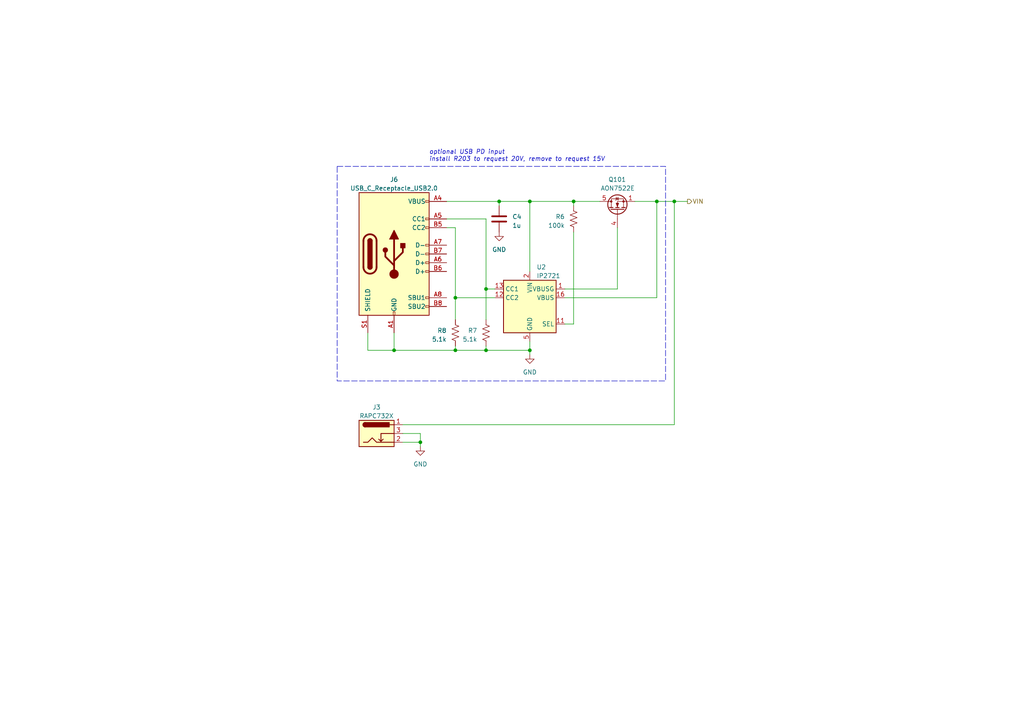
<source format=kicad_sch>
(kicad_sch (version 20230121) (generator eeschema)

  (uuid 62756053-8f92-41aa-9a46-2fc6947760b2)

  (paper "A4")

  (lib_symbols
    (symbol "Connector:Barrel_Jack_Switch" (pin_names hide) (in_bom yes) (on_board yes)
      (property "Reference" "J" (at 0 5.334 0)
        (effects (font (size 1.27 1.27)))
      )
      (property "Value" "Barrel_Jack_Switch" (at 0 -5.08 0)
        (effects (font (size 1.27 1.27)))
      )
      (property "Footprint" "" (at 1.27 -1.016 0)
        (effects (font (size 1.27 1.27)) hide)
      )
      (property "Datasheet" "~" (at 1.27 -1.016 0)
        (effects (font (size 1.27 1.27)) hide)
      )
      (property "ki_keywords" "DC power barrel jack connector" (at 0 0 0)
        (effects (font (size 1.27 1.27)) hide)
      )
      (property "ki_description" "DC Barrel Jack with an internal switch" (at 0 0 0)
        (effects (font (size 1.27 1.27)) hide)
      )
      (property "ki_fp_filters" "BarrelJack*" (at 0 0 0)
        (effects (font (size 1.27 1.27)) hide)
      )
      (symbol "Barrel_Jack_Switch_0_1"
        (rectangle (start -5.08 3.81) (end 5.08 -3.81)
          (stroke (width 0.254) (type default))
          (fill (type background))
        )
        (arc (start -3.302 3.175) (mid -3.9343 2.54) (end -3.302 1.905)
          (stroke (width 0.254) (type default))
          (fill (type none))
        )
        (arc (start -3.302 3.175) (mid -3.9343 2.54) (end -3.302 1.905)
          (stroke (width 0.254) (type default))
          (fill (type outline))
        )
        (polyline
          (pts
            (xy 1.27 -2.286)
            (xy 1.905 -1.651)
          )
          (stroke (width 0.254) (type default))
          (fill (type none))
        )
        (polyline
          (pts
            (xy 5.08 2.54)
            (xy 3.81 2.54)
          )
          (stroke (width 0.254) (type default))
          (fill (type none))
        )
        (polyline
          (pts
            (xy 5.08 0)
            (xy 1.27 0)
            (xy 1.27 -2.286)
            (xy 0.635 -1.651)
          )
          (stroke (width 0.254) (type default))
          (fill (type none))
        )
        (polyline
          (pts
            (xy -3.81 -2.54)
            (xy -2.54 -2.54)
            (xy -1.27 -1.27)
            (xy 0 -2.54)
            (xy 2.54 -2.54)
            (xy 5.08 -2.54)
          )
          (stroke (width 0.254) (type default))
          (fill (type none))
        )
        (rectangle (start 3.683 3.175) (end -3.302 1.905)
          (stroke (width 0.254) (type default))
          (fill (type outline))
        )
      )
      (symbol "Barrel_Jack_Switch_1_1"
        (pin passive line (at 7.62 2.54 180) (length 2.54)
          (name "~" (effects (font (size 1.27 1.27))))
          (number "1" (effects (font (size 1.27 1.27))))
        )
        (pin passive line (at 7.62 -2.54 180) (length 2.54)
          (name "~" (effects (font (size 1.27 1.27))))
          (number "2" (effects (font (size 1.27 1.27))))
        )
        (pin passive line (at 7.62 0 180) (length 2.54)
          (name "~" (effects (font (size 1.27 1.27))))
          (number "3" (effects (font (size 1.27 1.27))))
        )
      )
    )
    (symbol "Connector:USB_C_Receptacle_USB2.0" (pin_names (offset 1.016)) (in_bom yes) (on_board yes)
      (property "Reference" "J" (at -10.16 19.05 0)
        (effects (font (size 1.27 1.27)) (justify left))
      )
      (property "Value" "USB_C_Receptacle_USB2.0" (at 19.05 19.05 0)
        (effects (font (size 1.27 1.27)) (justify right))
      )
      (property "Footprint" "" (at 3.81 0 0)
        (effects (font (size 1.27 1.27)) hide)
      )
      (property "Datasheet" "https://www.usb.org/sites/default/files/documents/usb_type-c.zip" (at 3.81 0 0)
        (effects (font (size 1.27 1.27)) hide)
      )
      (property "ki_keywords" "usb universal serial bus type-C USB2.0" (at 0 0 0)
        (effects (font (size 1.27 1.27)) hide)
      )
      (property "ki_description" "USB 2.0-only Type-C Receptacle connector" (at 0 0 0)
        (effects (font (size 1.27 1.27)) hide)
      )
      (property "ki_fp_filters" "USB*C*Receptacle*" (at 0 0 0)
        (effects (font (size 1.27 1.27)) hide)
      )
      (symbol "USB_C_Receptacle_USB2.0_0_0"
        (rectangle (start -0.254 -17.78) (end 0.254 -16.764)
          (stroke (width 0) (type default))
          (fill (type none))
        )
        (rectangle (start 10.16 -14.986) (end 9.144 -15.494)
          (stroke (width 0) (type default))
          (fill (type none))
        )
        (rectangle (start 10.16 -12.446) (end 9.144 -12.954)
          (stroke (width 0) (type default))
          (fill (type none))
        )
        (rectangle (start 10.16 -4.826) (end 9.144 -5.334)
          (stroke (width 0) (type default))
          (fill (type none))
        )
        (rectangle (start 10.16 -2.286) (end 9.144 -2.794)
          (stroke (width 0) (type default))
          (fill (type none))
        )
        (rectangle (start 10.16 0.254) (end 9.144 -0.254)
          (stroke (width 0) (type default))
          (fill (type none))
        )
        (rectangle (start 10.16 2.794) (end 9.144 2.286)
          (stroke (width 0) (type default))
          (fill (type none))
        )
        (rectangle (start 10.16 7.874) (end 9.144 7.366)
          (stroke (width 0) (type default))
          (fill (type none))
        )
        (rectangle (start 10.16 10.414) (end 9.144 9.906)
          (stroke (width 0) (type default))
          (fill (type none))
        )
        (rectangle (start 10.16 15.494) (end 9.144 14.986)
          (stroke (width 0) (type default))
          (fill (type none))
        )
      )
      (symbol "USB_C_Receptacle_USB2.0_0_1"
        (rectangle (start -10.16 17.78) (end 10.16 -17.78)
          (stroke (width 0.254) (type default))
          (fill (type background))
        )
        (arc (start -8.89 -3.81) (mid -6.985 -5.7067) (end -5.08 -3.81)
          (stroke (width 0.508) (type default))
          (fill (type none))
        )
        (arc (start -7.62 -3.81) (mid -6.985 -4.4423) (end -6.35 -3.81)
          (stroke (width 0.254) (type default))
          (fill (type none))
        )
        (arc (start -7.62 -3.81) (mid -6.985 -4.4423) (end -6.35 -3.81)
          (stroke (width 0.254) (type default))
          (fill (type outline))
        )
        (rectangle (start -7.62 -3.81) (end -6.35 3.81)
          (stroke (width 0.254) (type default))
          (fill (type outline))
        )
        (arc (start -6.35 3.81) (mid -6.985 4.4423) (end -7.62 3.81)
          (stroke (width 0.254) (type default))
          (fill (type none))
        )
        (arc (start -6.35 3.81) (mid -6.985 4.4423) (end -7.62 3.81)
          (stroke (width 0.254) (type default))
          (fill (type outline))
        )
        (arc (start -5.08 3.81) (mid -6.985 5.7067) (end -8.89 3.81)
          (stroke (width 0.508) (type default))
          (fill (type none))
        )
        (circle (center -2.54 1.143) (radius 0.635)
          (stroke (width 0.254) (type default))
          (fill (type outline))
        )
        (circle (center 0 -5.842) (radius 1.27)
          (stroke (width 0) (type default))
          (fill (type outline))
        )
        (polyline
          (pts
            (xy -8.89 -3.81)
            (xy -8.89 3.81)
          )
          (stroke (width 0.508) (type default))
          (fill (type none))
        )
        (polyline
          (pts
            (xy -5.08 3.81)
            (xy -5.08 -3.81)
          )
          (stroke (width 0.508) (type default))
          (fill (type none))
        )
        (polyline
          (pts
            (xy 0 -5.842)
            (xy 0 4.318)
          )
          (stroke (width 0.508) (type default))
          (fill (type none))
        )
        (polyline
          (pts
            (xy 0 -3.302)
            (xy -2.54 -0.762)
            (xy -2.54 0.508)
          )
          (stroke (width 0.508) (type default))
          (fill (type none))
        )
        (polyline
          (pts
            (xy 0 -2.032)
            (xy 2.54 0.508)
            (xy 2.54 1.778)
          )
          (stroke (width 0.508) (type default))
          (fill (type none))
        )
        (polyline
          (pts
            (xy -1.27 4.318)
            (xy 0 6.858)
            (xy 1.27 4.318)
            (xy -1.27 4.318)
          )
          (stroke (width 0.254) (type default))
          (fill (type outline))
        )
        (rectangle (start 1.905 1.778) (end 3.175 3.048)
          (stroke (width 0.254) (type default))
          (fill (type outline))
        )
      )
      (symbol "USB_C_Receptacle_USB2.0_1_1"
        (pin passive line (at 0 -22.86 90) (length 5.08)
          (name "GND" (effects (font (size 1.27 1.27))))
          (number "A1" (effects (font (size 1.27 1.27))))
        )
        (pin passive line (at 0 -22.86 90) (length 5.08) hide
          (name "GND" (effects (font (size 1.27 1.27))))
          (number "A12" (effects (font (size 1.27 1.27))))
        )
        (pin passive line (at 15.24 15.24 180) (length 5.08)
          (name "VBUS" (effects (font (size 1.27 1.27))))
          (number "A4" (effects (font (size 1.27 1.27))))
        )
        (pin bidirectional line (at 15.24 10.16 180) (length 5.08)
          (name "CC1" (effects (font (size 1.27 1.27))))
          (number "A5" (effects (font (size 1.27 1.27))))
        )
        (pin bidirectional line (at 15.24 -2.54 180) (length 5.08)
          (name "D+" (effects (font (size 1.27 1.27))))
          (number "A6" (effects (font (size 1.27 1.27))))
        )
        (pin bidirectional line (at 15.24 2.54 180) (length 5.08)
          (name "D-" (effects (font (size 1.27 1.27))))
          (number "A7" (effects (font (size 1.27 1.27))))
        )
        (pin bidirectional line (at 15.24 -12.7 180) (length 5.08)
          (name "SBU1" (effects (font (size 1.27 1.27))))
          (number "A8" (effects (font (size 1.27 1.27))))
        )
        (pin passive line (at 15.24 15.24 180) (length 5.08) hide
          (name "VBUS" (effects (font (size 1.27 1.27))))
          (number "A9" (effects (font (size 1.27 1.27))))
        )
        (pin passive line (at 0 -22.86 90) (length 5.08) hide
          (name "GND" (effects (font (size 1.27 1.27))))
          (number "B1" (effects (font (size 1.27 1.27))))
        )
        (pin passive line (at 0 -22.86 90) (length 5.08) hide
          (name "GND" (effects (font (size 1.27 1.27))))
          (number "B12" (effects (font (size 1.27 1.27))))
        )
        (pin passive line (at 15.24 15.24 180) (length 5.08) hide
          (name "VBUS" (effects (font (size 1.27 1.27))))
          (number "B4" (effects (font (size 1.27 1.27))))
        )
        (pin bidirectional line (at 15.24 7.62 180) (length 5.08)
          (name "CC2" (effects (font (size 1.27 1.27))))
          (number "B5" (effects (font (size 1.27 1.27))))
        )
        (pin bidirectional line (at 15.24 -5.08 180) (length 5.08)
          (name "D+" (effects (font (size 1.27 1.27))))
          (number "B6" (effects (font (size 1.27 1.27))))
        )
        (pin bidirectional line (at 15.24 0 180) (length 5.08)
          (name "D-" (effects (font (size 1.27 1.27))))
          (number "B7" (effects (font (size 1.27 1.27))))
        )
        (pin bidirectional line (at 15.24 -15.24 180) (length 5.08)
          (name "SBU2" (effects (font (size 1.27 1.27))))
          (number "B8" (effects (font (size 1.27 1.27))))
        )
        (pin passive line (at 15.24 15.24 180) (length 5.08) hide
          (name "VBUS" (effects (font (size 1.27 1.27))))
          (number "B9" (effects (font (size 1.27 1.27))))
        )
        (pin passive line (at -7.62 -22.86 90) (length 5.08)
          (name "SHIELD" (effects (font (size 1.27 1.27))))
          (number "S1" (effects (font (size 1.27 1.27))))
        )
      )
    )
    (symbol "Device:C" (pin_numbers hide) (pin_names (offset 0.254)) (in_bom yes) (on_board yes)
      (property "Reference" "C" (at 0.635 2.54 0)
        (effects (font (size 1.27 1.27)) (justify left))
      )
      (property "Value" "C" (at 0.635 -2.54 0)
        (effects (font (size 1.27 1.27)) (justify left))
      )
      (property "Footprint" "" (at 0.9652 -3.81 0)
        (effects (font (size 1.27 1.27)) hide)
      )
      (property "Datasheet" "~" (at 0 0 0)
        (effects (font (size 1.27 1.27)) hide)
      )
      (property "ki_keywords" "cap capacitor" (at 0 0 0)
        (effects (font (size 1.27 1.27)) hide)
      )
      (property "ki_description" "Unpolarized capacitor" (at 0 0 0)
        (effects (font (size 1.27 1.27)) hide)
      )
      (property "ki_fp_filters" "C_*" (at 0 0 0)
        (effects (font (size 1.27 1.27)) hide)
      )
      (symbol "C_0_1"
        (polyline
          (pts
            (xy -2.032 -0.762)
            (xy 2.032 -0.762)
          )
          (stroke (width 0.508) (type default))
          (fill (type none))
        )
        (polyline
          (pts
            (xy -2.032 0.762)
            (xy 2.032 0.762)
          )
          (stroke (width 0.508) (type default))
          (fill (type none))
        )
      )
      (symbol "C_1_1"
        (pin passive line (at 0 3.81 270) (length 2.794)
          (name "~" (effects (font (size 1.27 1.27))))
          (number "1" (effects (font (size 1.27 1.27))))
        )
        (pin passive line (at 0 -3.81 90) (length 2.794)
          (name "~" (effects (font (size 1.27 1.27))))
          (number "2" (effects (font (size 1.27 1.27))))
        )
      )
    )
    (symbol "Device:R_US" (pin_numbers hide) (pin_names (offset 0)) (in_bom yes) (on_board yes)
      (property "Reference" "R" (at 2.54 0 90)
        (effects (font (size 1.27 1.27)))
      )
      (property "Value" "R_US" (at -2.54 0 90)
        (effects (font (size 1.27 1.27)))
      )
      (property "Footprint" "" (at 1.016 -0.254 90)
        (effects (font (size 1.27 1.27)) hide)
      )
      (property "Datasheet" "~" (at 0 0 0)
        (effects (font (size 1.27 1.27)) hide)
      )
      (property "ki_keywords" "R res resistor" (at 0 0 0)
        (effects (font (size 1.27 1.27)) hide)
      )
      (property "ki_description" "Resistor, US symbol" (at 0 0 0)
        (effects (font (size 1.27 1.27)) hide)
      )
      (property "ki_fp_filters" "R_*" (at 0 0 0)
        (effects (font (size 1.27 1.27)) hide)
      )
      (symbol "R_US_0_1"
        (polyline
          (pts
            (xy 0 -2.286)
            (xy 0 -2.54)
          )
          (stroke (width 0) (type default))
          (fill (type none))
        )
        (polyline
          (pts
            (xy 0 2.286)
            (xy 0 2.54)
          )
          (stroke (width 0) (type default))
          (fill (type none))
        )
        (polyline
          (pts
            (xy 0 -0.762)
            (xy 1.016 -1.143)
            (xy 0 -1.524)
            (xy -1.016 -1.905)
            (xy 0 -2.286)
          )
          (stroke (width 0) (type default))
          (fill (type none))
        )
        (polyline
          (pts
            (xy 0 0.762)
            (xy 1.016 0.381)
            (xy 0 0)
            (xy -1.016 -0.381)
            (xy 0 -0.762)
          )
          (stroke (width 0) (type default))
          (fill (type none))
        )
        (polyline
          (pts
            (xy 0 2.286)
            (xy 1.016 1.905)
            (xy 0 1.524)
            (xy -1.016 1.143)
            (xy 0 0.762)
          )
          (stroke (width 0) (type default))
          (fill (type none))
        )
      )
      (symbol "R_US_1_1"
        (pin passive line (at 0 3.81 270) (length 1.27)
          (name "~" (effects (font (size 1.27 1.27))))
          (number "1" (effects (font (size 1.27 1.27))))
        )
        (pin passive line (at 0 -3.81 90) (length 1.27)
          (name "~" (effects (font (size 1.27 1.27))))
          (number "2" (effects (font (size 1.27 1.27))))
        )
      )
    )
    (symbol "Interface_USB:IP2721" (in_bom yes) (on_board yes)
      (property "Reference" "U" (at 5.08 -10.16 0)
        (effects (font (size 1.27 1.27)))
      )
      (property "Value" "IP2721" (at 7.62 -12.7 0)
        (effects (font (size 1.27 1.27)))
      )
      (property "Footprint" "Package_SO:TSSOP-16_4.4x5mm_P0.65mm" (at 0 -20.32 0)
        (effects (font (size 1.27 1.27)) hide)
      )
      (property "Datasheet" "https://datasheet.lcsc.com/lcsc/2006111335_INJOINIC-IP2721_C603176.pdf" (at 0 0 0)
        (effects (font (size 1.27 1.27)) hide)
      )
      (property "ki_keywords" "USB TYPEC PD" (at 0 0 0)
        (effects (font (size 1.27 1.27)) hide)
      )
      (property "ki_description" "USB TYPEC  PD Controller Interface, TSSOP-16" (at 0 0 0)
        (effects (font (size 1.27 1.27)) hide)
      )
      (property "ki_fp_filters" "TSSOP*16*4.4x5mm*P0.65mm*" (at 0 0 0)
        (effects (font (size 1.27 1.27)) hide)
      )
      (symbol "IP2721_0_1"
        (rectangle (start -7.62 7.62) (end 7.62 -7.62)
          (stroke (width 0.254) (type default))
          (fill (type background))
        )
      )
      (symbol "IP2721_1_1"
        (pin output line (at 10.16 5.08 180) (length 2.54)
          (name "VBUSG" (effects (font (size 1.27 1.27))))
          (number "1" (effects (font (size 1.27 1.27))))
        )
        (pin no_connect line (at -2.54 -7.62 90) (length 2.54) hide
          (name "NC" (effects (font (size 1.27 1.27))))
          (number "10" (effects (font (size 1.27 1.27))))
        )
        (pin input line (at 10.16 -5.08 180) (length 2.54)
          (name "SEL" (effects (font (size 1.27 1.27))))
          (number "11" (effects (font (size 1.27 1.27))))
        )
        (pin bidirectional line (at -10.16 2.54 0) (length 2.54)
          (name "CC2" (effects (font (size 1.27 1.27))))
          (number "12" (effects (font (size 1.27 1.27))))
        )
        (pin bidirectional line (at -10.16 5.08 0) (length 2.54)
          (name "CC1" (effects (font (size 1.27 1.27))))
          (number "13" (effects (font (size 1.27 1.27))))
        )
        (pin no_connect line (at 2.54 -7.62 90) (length 2.54) hide
          (name "NC" (effects (font (size 1.27 1.27))))
          (number "14" (effects (font (size 1.27 1.27))))
        )
        (pin no_connect line (at 5.08 -7.62 90) (length 2.54) hide
          (name "NC" (effects (font (size 1.27 1.27))))
          (number "15" (effects (font (size 1.27 1.27))))
        )
        (pin input line (at 10.16 2.54 180) (length 2.54)
          (name "VBUS" (effects (font (size 1.27 1.27))))
          (number "16" (effects (font (size 1.27 1.27))))
        )
        (pin power_in line (at 0 10.16 270) (length 2.54)
          (name "VIN" (effects (font (size 1.27 1.27))))
          (number "2" (effects (font (size 1.27 1.27))))
        )
        (pin no_connect line (at -5.08 7.62 270) (length 2.54) hide
          (name "NC" (effects (font (size 1.27 1.27))))
          (number "3" (effects (font (size 1.27 1.27))))
        )
        (pin no_connect line (at -7.62 -2.54 0) (length 2.54) hide
          (name "NC" (effects (font (size 1.27 1.27))))
          (number "4" (effects (font (size 1.27 1.27))))
        )
        (pin power_in line (at 0 -10.16 90) (length 2.54)
          (name "GND" (effects (font (size 1.27 1.27))))
          (number "5" (effects (font (size 1.27 1.27))))
        )
        (pin no_connect line (at -2.54 7.62 270) (length 2.54) hide
          (name "NC" (effects (font (size 1.27 1.27))))
          (number "6" (effects (font (size 1.27 1.27))))
        )
        (pin no_connect line (at 2.54 7.62 90) (length 2.54) hide
          (name "NC" (effects (font (size 1.27 1.27))))
          (number "7" (effects (font (size 1.27 1.27))))
        )
        (pin no_connect line (at 5.08 7.62 90) (length 2.54) hide
          (name "NC" (effects (font (size 1.27 1.27))))
          (number "8" (effects (font (size 1.27 1.27))))
        )
        (pin no_connect line (at -5.08 -7.62 90) (length 2.54) hide
          (name "NC" (effects (font (size 1.27 1.27))))
          (number "9" (effects (font (size 1.27 1.27))))
        )
      )
    )
    (symbol "Transistor_FET:SiS454DN" (pin_names hide) (in_bom yes) (on_board yes)
      (property "Reference" "Q" (at 5.08 1.905 0)
        (effects (font (size 1.27 1.27)) (justify left))
      )
      (property "Value" "SiS454DN" (at 5.08 0 0)
        (effects (font (size 1.27 1.27)) (justify left))
      )
      (property "Footprint" "Package_SO:Vishay_PowerPAK_1212-8_Single" (at 5.08 -1.905 0)
        (effects (font (size 1.27 1.27) italic) (justify left) hide)
      )
      (property "Datasheet" "https://www.vishay.com/docs/66707/sis454dn.pdf" (at 0 0 0)
        (effects (font (size 1.27 1.27)) (justify left) hide)
      )
      (property "ki_keywords" "N-Channel MOSFET" (at 0 0 0)
        (effects (font (size 1.27 1.27)) hide)
      )
      (property "ki_description" "35A Id, 20V Vds, N-Channel MOSFET, PowerPAK 1212-8 Single" (at 0 0 0)
        (effects (font (size 1.27 1.27)) hide)
      )
      (property "ki_fp_filters" "Vishay*PowerPAK*1212*Single*" (at 0 0 0)
        (effects (font (size 1.27 1.27)) hide)
      )
      (symbol "SiS454DN_0_1"
        (polyline
          (pts
            (xy 0.254 0)
            (xy -2.54 0)
          )
          (stroke (width 0) (type default))
          (fill (type none))
        )
        (polyline
          (pts
            (xy 0.254 1.905)
            (xy 0.254 -1.905)
          )
          (stroke (width 0.254) (type default))
          (fill (type none))
        )
        (polyline
          (pts
            (xy 0.762 -1.27)
            (xy 0.762 -2.286)
          )
          (stroke (width 0.254) (type default))
          (fill (type none))
        )
        (polyline
          (pts
            (xy 0.762 0.508)
            (xy 0.762 -0.508)
          )
          (stroke (width 0.254) (type default))
          (fill (type none))
        )
        (polyline
          (pts
            (xy 0.762 2.286)
            (xy 0.762 1.27)
          )
          (stroke (width 0.254) (type default))
          (fill (type none))
        )
        (polyline
          (pts
            (xy 2.54 2.54)
            (xy 2.54 1.778)
          )
          (stroke (width 0) (type default))
          (fill (type none))
        )
        (polyline
          (pts
            (xy 2.54 -2.54)
            (xy 2.54 0)
            (xy 0.762 0)
          )
          (stroke (width 0) (type default))
          (fill (type none))
        )
        (polyline
          (pts
            (xy 0.762 -1.778)
            (xy 3.302 -1.778)
            (xy 3.302 1.778)
            (xy 0.762 1.778)
          )
          (stroke (width 0) (type default))
          (fill (type none))
        )
        (polyline
          (pts
            (xy 1.016 0)
            (xy 2.032 0.381)
            (xy 2.032 -0.381)
            (xy 1.016 0)
          )
          (stroke (width 0) (type default))
          (fill (type outline))
        )
        (polyline
          (pts
            (xy 2.794 0.508)
            (xy 2.921 0.381)
            (xy 3.683 0.381)
            (xy 3.81 0.254)
          )
          (stroke (width 0) (type default))
          (fill (type none))
        )
        (polyline
          (pts
            (xy 3.302 0.381)
            (xy 2.921 -0.254)
            (xy 3.683 -0.254)
            (xy 3.302 0.381)
          )
          (stroke (width 0) (type default))
          (fill (type none))
        )
        (circle (center 1.651 0) (radius 2.794)
          (stroke (width 0.254) (type default))
          (fill (type none))
        )
        (circle (center 2.54 -1.778) (radius 0.254)
          (stroke (width 0) (type default))
          (fill (type outline))
        )
        (circle (center 2.54 1.778) (radius 0.254)
          (stroke (width 0) (type default))
          (fill (type outline))
        )
      )
      (symbol "SiS454DN_1_1"
        (pin passive line (at 2.54 -5.08 90) (length 2.54)
          (name "S" (effects (font (size 1.27 1.27))))
          (number "1" (effects (font (size 1.27 1.27))))
        )
        (pin passive line (at 2.54 -5.08 90) (length 2.54) hide
          (name "S" (effects (font (size 1.27 1.27))))
          (number "2" (effects (font (size 1.27 1.27))))
        )
        (pin passive line (at 2.54 -5.08 90) (length 2.54) hide
          (name "S" (effects (font (size 1.27 1.27))))
          (number "3" (effects (font (size 1.27 1.27))))
        )
        (pin input line (at -5.08 0 0) (length 2.54)
          (name "G" (effects (font (size 1.27 1.27))))
          (number "4" (effects (font (size 1.27 1.27))))
        )
        (pin passive line (at 2.54 5.08 270) (length 2.54)
          (name "D" (effects (font (size 1.27 1.27))))
          (number "5" (effects (font (size 1.27 1.27))))
        )
      )
    )
    (symbol "power:GND" (power) (pin_names (offset 0)) (in_bom yes) (on_board yes)
      (property "Reference" "#PWR" (at 0 -6.35 0)
        (effects (font (size 1.27 1.27)) hide)
      )
      (property "Value" "GND" (at 0 -3.81 0)
        (effects (font (size 1.27 1.27)))
      )
      (property "Footprint" "" (at 0 0 0)
        (effects (font (size 1.27 1.27)) hide)
      )
      (property "Datasheet" "" (at 0 0 0)
        (effects (font (size 1.27 1.27)) hide)
      )
      (property "ki_keywords" "global power" (at 0 0 0)
        (effects (font (size 1.27 1.27)) hide)
      )
      (property "ki_description" "Power symbol creates a global label with name \"GND\" , ground" (at 0 0 0)
        (effects (font (size 1.27 1.27)) hide)
      )
      (symbol "GND_0_1"
        (polyline
          (pts
            (xy 0 0)
            (xy 0 -1.27)
            (xy 1.27 -1.27)
            (xy 0 -2.54)
            (xy -1.27 -1.27)
            (xy 0 -1.27)
          )
          (stroke (width 0) (type default))
          (fill (type none))
        )
      )
      (symbol "GND_1_1"
        (pin power_in line (at 0 0 270) (length 0) hide
          (name "GND" (effects (font (size 1.27 1.27))))
          (number "1" (effects (font (size 1.27 1.27))))
        )
      )
    )
  )

  (junction (at 132.08 86.36) (diameter 0) (color 0 0 0 0)
    (uuid 270291f4-0d0d-457a-9bbd-5ec0da387111)
  )
  (junction (at 121.92 128.27) (diameter 0) (color 0 0 0 0)
    (uuid 281448b9-27f8-438f-b156-67efa9ec5582)
  )
  (junction (at 190.5 58.42) (diameter 0) (color 0 0 0 0)
    (uuid 58b03b9a-166b-4b27-928a-77a8793bbb66)
  )
  (junction (at 132.08 101.6) (diameter 0) (color 0 0 0 0)
    (uuid 6048bd87-edc4-4e1a-88c6-9d59e56a960a)
  )
  (junction (at 153.67 58.42) (diameter 0) (color 0 0 0 0)
    (uuid 6df2c057-2c69-4d16-9e39-c5573a06bffe)
  )
  (junction (at 195.58 58.42) (diameter 0) (color 0 0 0 0)
    (uuid 8beff995-b493-44c2-84ee-102d8c970d08)
  )
  (junction (at 166.37 58.42) (diameter 0) (color 0 0 0 0)
    (uuid 954ffaa7-5a72-4251-b8d8-dbfeb189c7c8)
  )
  (junction (at 140.97 101.6) (diameter 0) (color 0 0 0 0)
    (uuid a9c38d1f-ac37-4243-bc9b-d8b995cf7eae)
  )
  (junction (at 153.67 101.6) (diameter 0) (color 0 0 0 0)
    (uuid bc0baf35-fb55-4abb-bbf7-50992592dd21)
  )
  (junction (at 114.3 101.6) (diameter 0) (color 0 0 0 0)
    (uuid c6af0049-4223-4859-a76b-87877a2b1d31)
  )
  (junction (at 140.97 83.82) (diameter 0) (color 0 0 0 0)
    (uuid cc9d0e1e-d00c-4ba0-8dc0-d750e4de6510)
  )
  (junction (at 144.78 58.42) (diameter 0) (color 0 0 0 0)
    (uuid fac69fba-d407-43e8-90f8-b6f43f24f576)
  )

  (wire (pts (xy 140.97 100.33) (xy 140.97 101.6))
    (stroke (width 0) (type default))
    (uuid 02801d47-2f2a-4eea-ac65-1de30ee2abe2)
  )
  (wire (pts (xy 132.08 101.6) (xy 132.08 100.33))
    (stroke (width 0) (type default))
    (uuid 068f3a7d-c74c-4f53-bef0-d6f8f1d29284)
  )
  (wire (pts (xy 114.3 101.6) (xy 106.68 101.6))
    (stroke (width 0) (type default))
    (uuid 0aa8fb17-5914-4a0e-9d42-9c0124215e89)
  )
  (wire (pts (xy 132.08 101.6) (xy 140.97 101.6))
    (stroke (width 0) (type default))
    (uuid 0cd17908-32cd-42e0-a885-2fe9eb767755)
  )
  (wire (pts (xy 163.83 83.82) (xy 179.07 83.82))
    (stroke (width 0) (type default))
    (uuid 100dc845-fe03-4655-982e-d58d98abb08f)
  )
  (wire (pts (xy 140.97 83.82) (xy 140.97 92.71))
    (stroke (width 0) (type default))
    (uuid 111e086f-dfcd-4f7a-9fce-760f781a06e7)
  )
  (wire (pts (xy 184.15 58.42) (xy 190.5 58.42))
    (stroke (width 0) (type default))
    (uuid 20f44743-bd73-4160-9feb-fc606f104ad4)
  )
  (wire (pts (xy 140.97 101.6) (xy 153.67 101.6))
    (stroke (width 0) (type default))
    (uuid 2258fc11-36de-43cf-9ef0-8c53264fb1c9)
  )
  (wire (pts (xy 179.07 83.82) (xy 179.07 66.04))
    (stroke (width 0) (type default))
    (uuid 298e9450-aafd-4bc8-a30c-e2a97484fd7a)
  )
  (wire (pts (xy 129.54 58.42) (xy 144.78 58.42))
    (stroke (width 0) (type default))
    (uuid 2b56a4e5-eece-4713-aca8-ffdfba031c47)
  )
  (wire (pts (xy 190.5 86.36) (xy 163.83 86.36))
    (stroke (width 0) (type default))
    (uuid 395d47ca-c94d-4db3-bf15-ca01d39acb90)
  )
  (wire (pts (xy 121.92 125.73) (xy 121.92 128.27))
    (stroke (width 0) (type default))
    (uuid 3b0bd82d-02c1-44c0-9985-f8fdde975f02)
  )
  (wire (pts (xy 121.92 128.27) (xy 121.92 129.54))
    (stroke (width 0) (type default))
    (uuid 3fd4f179-5890-41f3-9c3f-0dbab0d330ed)
  )
  (wire (pts (xy 144.78 58.42) (xy 144.78 59.69))
    (stroke (width 0) (type default))
    (uuid 479f22bb-885c-4d6e-aa62-bd0b19b4d850)
  )
  (wire (pts (xy 190.5 58.42) (xy 195.58 58.42))
    (stroke (width 0) (type default))
    (uuid 4bb22ca3-e46d-4984-b4d4-84df9444ed2f)
  )
  (wire (pts (xy 153.67 99.06) (xy 153.67 101.6))
    (stroke (width 0) (type default))
    (uuid 4d90022b-ea1a-4307-b87b-9054ac723118)
  )
  (wire (pts (xy 106.68 101.6) (xy 106.68 96.52))
    (stroke (width 0) (type default))
    (uuid 56505e59-aef8-4e35-b733-8a45ff449730)
  )
  (wire (pts (xy 114.3 101.6) (xy 132.08 101.6))
    (stroke (width 0) (type default))
    (uuid 5733b790-7149-4d5d-a39a-398ce67eaac5)
  )
  (wire (pts (xy 129.54 63.5) (xy 140.97 63.5))
    (stroke (width 0) (type default))
    (uuid 6192f2bc-a12c-4591-8747-5b0229334dea)
  )
  (wire (pts (xy 153.67 58.42) (xy 166.37 58.42))
    (stroke (width 0) (type default))
    (uuid 695e307f-6ef0-4267-a74e-db8ecc34467f)
  )
  (wire (pts (xy 121.92 128.27) (xy 116.84 128.27))
    (stroke (width 0) (type default))
    (uuid 6d0b79e2-0bce-459f-b82a-672dbb27690c)
  )
  (wire (pts (xy 116.84 125.73) (xy 121.92 125.73))
    (stroke (width 0) (type default))
    (uuid 7453bc80-7e3e-4494-9532-098e8c1e0164)
  )
  (wire (pts (xy 116.84 123.19) (xy 195.58 123.19))
    (stroke (width 0) (type default))
    (uuid 7818a50e-154e-4c66-a3ae-449d34a8f51c)
  )
  (wire (pts (xy 190.5 58.42) (xy 190.5 86.36))
    (stroke (width 0) (type default))
    (uuid 86228951-3c59-487f-9c08-5c3896626563)
  )
  (wire (pts (xy 195.58 123.19) (xy 195.58 58.42))
    (stroke (width 0) (type default))
    (uuid 9a71e2d2-56e0-47f0-97a2-a241501d81d3)
  )
  (wire (pts (xy 132.08 66.04) (xy 129.54 66.04))
    (stroke (width 0) (type default))
    (uuid 9da1e92f-ab5a-4d4c-be7b-83a10d889807)
  )
  (wire (pts (xy 153.67 102.87) (xy 153.67 101.6))
    (stroke (width 0) (type default))
    (uuid 9f483dd4-abe5-4757-bab1-f6775ef60914)
  )
  (wire (pts (xy 114.3 96.52) (xy 114.3 101.6))
    (stroke (width 0) (type default))
    (uuid a945dfc7-4afe-4649-afc9-f39a83fcc1fa)
  )
  (wire (pts (xy 166.37 58.42) (xy 173.99 58.42))
    (stroke (width 0) (type default))
    (uuid ab3f6174-8ee2-4699-864d-b6c674e8a7c3)
  )
  (wire (pts (xy 140.97 83.82) (xy 143.51 83.82))
    (stroke (width 0) (type default))
    (uuid aec540c0-9c10-4790-b113-efcdd5f2de42)
  )
  (wire (pts (xy 166.37 93.98) (xy 166.37 67.31))
    (stroke (width 0) (type default))
    (uuid b27f6613-6268-4004-a785-6ced1dbe4f5a)
  )
  (wire (pts (xy 144.78 58.42) (xy 153.67 58.42))
    (stroke (width 0) (type default))
    (uuid bbf9caed-2d56-4397-bacb-88ee8c6b00ce)
  )
  (wire (pts (xy 153.67 58.42) (xy 153.67 78.74))
    (stroke (width 0) (type default))
    (uuid c3f9c830-af10-48ba-b586-06283ce06c6f)
  )
  (wire (pts (xy 163.83 93.98) (xy 166.37 93.98))
    (stroke (width 0) (type default))
    (uuid c8b5a00d-73a2-4ba1-86cb-6fc9d2b3cf43)
  )
  (wire (pts (xy 132.08 86.36) (xy 132.08 66.04))
    (stroke (width 0) (type default))
    (uuid d893330b-167a-45d5-ab9f-5507517135c4)
  )
  (wire (pts (xy 140.97 63.5) (xy 140.97 83.82))
    (stroke (width 0) (type default))
    (uuid eac73d06-86fb-4c33-b93c-a3ba2dd43f2b)
  )
  (wire (pts (xy 166.37 58.42) (xy 166.37 59.69))
    (stroke (width 0) (type default))
    (uuid ef8ef2ed-db81-4ae0-bac8-b6bf5b329ea5)
  )
  (wire (pts (xy 195.58 58.42) (xy 199.39 58.42))
    (stroke (width 0) (type default))
    (uuid f43863d0-9b78-440a-9706-8df5390cc907)
  )
  (wire (pts (xy 132.08 92.71) (xy 132.08 86.36))
    (stroke (width 0) (type default))
    (uuid f4aa2fd2-219e-44dd-a1f1-04c91fdb52fb)
  )
  (wire (pts (xy 132.08 86.36) (xy 143.51 86.36))
    (stroke (width 0) (type default))
    (uuid fe353aeb-c528-4ba3-9f47-1d74a878189a)
  )

  (rectangle (start 97.79 48.26) (end 193.04 110.49)
    (stroke (width 0) (type dash))
    (fill (type none))
    (uuid 796311aa-81ec-4ccf-97e8-7b7105dbed67)
  )

  (text "optional USB PD input\ninstall R203 to request 20V, remove to request 15V"
    (at 124.46 46.99 0)
    (effects (font (size 1.27 1.27) italic) (justify left bottom))
    (uuid a2ec0c3b-4340-4245-964d-58bde42e7104)
  )

  (hierarchical_label "VIN" (shape output) (at 199.39 58.42 0) (fields_autoplaced)
    (effects (font (size 1.27 1.27)) (justify left))
    (uuid 2351a8db-822f-4b0d-8fae-09c2b1540a04)
  )

  (symbol (lib_id "Connector:USB_C_Receptacle_USB2.0") (at 114.3 73.66 0) (unit 1)
    (in_bom yes) (on_board yes) (dnp no) (fields_autoplaced)
    (uuid 107647f0-3a1e-4e1b-a4f0-102a5ee7494b)
    (property "Reference" "J6" (at 114.3 52.07 0)
      (effects (font (size 1.27 1.27)))
    )
    (property "Value" "USB_C_Receptacle_USB2.0" (at 114.3 54.61 0)
      (effects (font (size 1.27 1.27)))
    )
    (property "Footprint" "Connector_USB:USB_C_Receptacle_GCT_USB4105-xx-A_16P_TopMnt_Horizontal" (at 118.11 73.66 0)
      (effects (font (size 1.27 1.27)) hide)
    )
    (property "Datasheet" "https://www.usb.org/sites/default/files/documents/usb_type-c.zip" (at 118.11 73.66 0)
      (effects (font (size 1.27 1.27)) hide)
    )
    (property "Note" "" (at 114.3 73.66 0)
      (effects (font (size 1.27 1.27)) hide)
    )
    (pin "A1" (uuid 51c08171-2769-480d-be85-c1fc5919579e))
    (pin "A12" (uuid e2e11ddf-0a78-4d25-99eb-9369e5aad2c1))
    (pin "A4" (uuid bf37ba3a-6e96-49c5-9eb8-4e46ff527869))
    (pin "A5" (uuid 80e85838-4cb6-4f22-9baa-b53a8bc8f027))
    (pin "A6" (uuid eae67e7b-5c15-4366-b5d9-95a596904217))
    (pin "A7" (uuid bc92fe45-2eea-4170-b124-241775071eba))
    (pin "A8" (uuid 266f7880-b855-4f70-95c1-4a6fd7dc16b1))
    (pin "A9" (uuid c7518eb2-872a-43b2-993b-6bdd35b06b84))
    (pin "B1" (uuid e8dcba18-6f86-46ea-b459-b2384739ccca))
    (pin "B12" (uuid 82303066-55b5-42bf-863d-8a75eeefb05c))
    (pin "B4" (uuid 061d1dd1-74e6-414d-ae80-4f7e14af3fd6))
    (pin "B5" (uuid 981e0fab-415a-443f-afcc-09d70a72ff44))
    (pin "B6" (uuid d62feda3-d974-40f7-a728-a1cd8e14e1c0))
    (pin "B7" (uuid 9867d71d-eb63-43fa-a86b-750e61324f67))
    (pin "B8" (uuid b27e096e-8d2d-4652-98e0-eb8a498fedab))
    (pin "B9" (uuid 6d3ddbf2-c918-45cf-9b46-870ef482eca0))
    (pin "S1" (uuid c28902ec-ebac-48ca-96fd-0ff5404ca429))
    (instances
      (project "boostdriver-al8853"
        (path "/00727dd6-05dc-45da-8b8a-290f08de5929"
          (reference "J6") (unit 1)
        )
        (path "/00727dd6-05dc-45da-8b8a-290f08de5929/3744c170-bbff-4e9f-bb30-8b581ef6d196"
          (reference "J202") (unit 1)
        )
      )
    )
  )

  (symbol (lib_id "power:GND") (at 144.78 67.31 0) (unit 1)
    (in_bom yes) (on_board yes) (dnp no) (fields_autoplaced)
    (uuid 1a8b9e5f-ad01-4a8b-a086-c981e6fb077e)
    (property "Reference" "#PWR09" (at 144.78 73.66 0)
      (effects (font (size 1.27 1.27)) hide)
    )
    (property "Value" "GND" (at 144.78 72.39 0)
      (effects (font (size 1.27 1.27)))
    )
    (property "Footprint" "" (at 144.78 67.31 0)
      (effects (font (size 1.27 1.27)) hide)
    )
    (property "Datasheet" "" (at 144.78 67.31 0)
      (effects (font (size 1.27 1.27)) hide)
    )
    (pin "1" (uuid efcc2c05-6be4-456d-8a93-2f62f2bde7f5))
    (instances
      (project "boostdriver-al8853"
        (path "/00727dd6-05dc-45da-8b8a-290f08de5929"
          (reference "#PWR09") (unit 1)
        )
        (path "/00727dd6-05dc-45da-8b8a-290f08de5929/3744c170-bbff-4e9f-bb30-8b581ef6d196"
          (reference "#PWR0202") (unit 1)
        )
      )
    )
  )

  (symbol (lib_id "Device:R_US") (at 140.97 96.52 0) (unit 1)
    (in_bom yes) (on_board yes) (dnp no)
    (uuid 3c84289c-f62a-4d78-8169-0d651791e9d4)
    (property "Reference" "R7" (at 138.43 95.885 0)
      (effects (font (size 1.27 1.27)) (justify right))
    )
    (property "Value" "5.1k" (at 138.43 98.425 0)
      (effects (font (size 1.27 1.27)) (justify right))
    )
    (property "Footprint" "Resistor_SMD:R_0603_1608Metric" (at 141.986 96.774 90)
      (effects (font (size 1.27 1.27)) hide)
    )
    (property "Datasheet" "~" (at 140.97 96.52 0)
      (effects (font (size 1.27 1.27)) hide)
    )
    (property "Note" "1%" (at 140.97 96.52 0)
      (effects (font (size 1.27 1.27)) hide)
    )
    (pin "1" (uuid db14b0f4-4e39-4de9-990b-d00cc52b7de1))
    (pin "2" (uuid f46e29aa-5ac9-4ea3-9412-4c8208466b9e))
    (instances
      (project "boostdriver-al8853"
        (path "/00727dd6-05dc-45da-8b8a-290f08de5929"
          (reference "R7") (unit 1)
        )
        (path "/00727dd6-05dc-45da-8b8a-290f08de5929/3744c170-bbff-4e9f-bb30-8b581ef6d196"
          (reference "R202") (unit 1)
        )
      )
    )
  )

  (symbol (lib_id "power:GND") (at 121.92 129.54 0) (unit 1)
    (in_bom yes) (on_board yes) (dnp no) (fields_autoplaced)
    (uuid 422d64af-e67c-401b-8755-2b53c0c73f81)
    (property "Reference" "#PWR06" (at 121.92 135.89 0)
      (effects (font (size 1.27 1.27)) hide)
    )
    (property "Value" "GND" (at 121.92 134.62 0)
      (effects (font (size 1.27 1.27)))
    )
    (property "Footprint" "" (at 121.92 129.54 0)
      (effects (font (size 1.27 1.27)) hide)
    )
    (property "Datasheet" "" (at 121.92 129.54 0)
      (effects (font (size 1.27 1.27)) hide)
    )
    (pin "1" (uuid 8a6f078f-f7c6-4ab4-9eac-eec5a822943e))
    (instances
      (project "boostdriver-al8853"
        (path "/00727dd6-05dc-45da-8b8a-290f08de5929"
          (reference "#PWR06") (unit 1)
        )
        (path "/00727dd6-05dc-45da-8b8a-290f08de5929/3744c170-bbff-4e9f-bb30-8b581ef6d196"
          (reference "#PWR0201") (unit 1)
        )
      )
    )
  )

  (symbol (lib_id "power:GND") (at 153.67 102.87 0) (unit 1)
    (in_bom yes) (on_board yes) (dnp no) (fields_autoplaced)
    (uuid 47a3c7f6-3e74-4afb-aa86-49f2e4ecc9ca)
    (property "Reference" "#PWR04" (at 153.67 109.22 0)
      (effects (font (size 1.27 1.27)) hide)
    )
    (property "Value" "GND" (at 153.67 107.95 0)
      (effects (font (size 1.27 1.27)))
    )
    (property "Footprint" "" (at 153.67 102.87 0)
      (effects (font (size 1.27 1.27)) hide)
    )
    (property "Datasheet" "" (at 153.67 102.87 0)
      (effects (font (size 1.27 1.27)) hide)
    )
    (pin "1" (uuid f4f18663-11c7-40fd-affc-16a0b79fe9ae))
    (instances
      (project "boostdriver-al8853"
        (path "/00727dd6-05dc-45da-8b8a-290f08de5929"
          (reference "#PWR04") (unit 1)
        )
        (path "/00727dd6-05dc-45da-8b8a-290f08de5929/3744c170-bbff-4e9f-bb30-8b581ef6d196"
          (reference "#PWR0203") (unit 1)
        )
      )
    )
  )

  (symbol (lib_id "Interface_USB:IP2721") (at 153.67 88.9 0) (unit 1)
    (in_bom yes) (on_board yes) (dnp no) (fields_autoplaced)
    (uuid 6512f8ed-5a39-4521-83eb-f3857560aeb8)
    (property "Reference" "U2" (at 155.6259 77.47 0)
      (effects (font (size 1.27 1.27)) (justify left))
    )
    (property "Value" "IP2721" (at 155.6259 80.01 0)
      (effects (font (size 1.27 1.27)) (justify left))
    )
    (property "Footprint" "Package_SO:TSSOP-16_4.4x5mm_P0.65mm" (at 153.67 109.22 0)
      (effects (font (size 1.27 1.27)) hide)
    )
    (property "Datasheet" "https://datasheet.lcsc.com/lcsc/2006111335_INJOINIC-IP2721_C603176.pdf" (at 153.67 88.9 0)
      (effects (font (size 1.27 1.27)) hide)
    )
    (property "Note" "" (at 153.67 88.9 0)
      (effects (font (size 1.27 1.27)) hide)
    )
    (pin "1" (uuid 9f70173e-b557-4a40-8ea6-7dea679537d6))
    (pin "10" (uuid 5bffe515-789d-46ac-bd72-a0cd2704850f))
    (pin "11" (uuid 08ca3416-bcb3-4872-bd6d-d7fbc119dcec))
    (pin "12" (uuid f7274279-c99d-420b-b217-9c04cb5fbd0e))
    (pin "13" (uuid a113cd93-5d73-4177-a0f1-d38c390523aa))
    (pin "14" (uuid 9f211eed-7a40-4ba8-bac5-0d4dab570434))
    (pin "15" (uuid 979ce783-b472-44b1-a33c-48c7b0bc7bdc))
    (pin "16" (uuid ecacdc23-9a4a-48e9-bbf6-7dda017ca5d1))
    (pin "2" (uuid 0b758183-6c2c-471e-9adc-a67da4dd6a7c))
    (pin "3" (uuid f520dc26-4f04-4bb6-a078-96bbb65a87b6))
    (pin "4" (uuid 86649e90-ed0f-4840-9615-39bc76e583c5))
    (pin "5" (uuid fee8e50e-fb8d-4f05-a70f-b920913c35d4))
    (pin "6" (uuid a98a76ee-5938-4b75-a651-95b6f1618ce1))
    (pin "7" (uuid dbe3be5d-1e42-487a-8d83-bd6bdf47111c))
    (pin "8" (uuid d791a639-a0ba-4e72-86df-80cc19dd20f8))
    (pin "9" (uuid 5a6b28fd-5a20-44be-beee-f48b43a52d99))
    (instances
      (project "boostdriver-al8853"
        (path "/00727dd6-05dc-45da-8b8a-290f08de5929"
          (reference "U2") (unit 1)
        )
        (path "/00727dd6-05dc-45da-8b8a-290f08de5929/3744c170-bbff-4e9f-bb30-8b581ef6d196"
          (reference "U201") (unit 1)
        )
      )
    )
  )

  (symbol (lib_id "Transistor_FET:SiS454DN") (at 179.07 60.96 90) (unit 1)
    (in_bom yes) (on_board yes) (dnp no)
    (uuid 74bc0c7d-a04e-4d52-a48f-519ae0bad460)
    (property "Reference" "Q101" (at 181.61 52.07 90)
      (effects (font (size 1.27 1.27)) (justify left))
    )
    (property "Value" "AON7522E" (at 184.15 54.61 90)
      (effects (font (size 1.27 1.27)) (justify left))
    )
    (property "Footprint" "Package_TO_SOT_SMD:LFPAK33" (at 180.975 55.88 0)
      (effects (font (size 1.27 1.27) italic) (justify left) hide)
    )
    (property "Datasheet" "" (at 179.07 60.96 0)
      (effects (font (size 1.27 1.27)) (justify left) hide)
    )
    (property "Note" "" (at 179.07 60.96 0)
      (effects (font (size 1.27 1.27)) hide)
    )
    (pin "1" (uuid 68f4497f-5aa1-4147-a3a4-62c411c332a0))
    (pin "2" (uuid dc7ca027-092a-41bf-86c4-9204329bd03b))
    (pin "3" (uuid 7413e1dd-3967-4aa3-8f2e-f2f0fb287a3e))
    (pin "4" (uuid 500cff56-8c78-4ee0-8ffc-f4a21d978415))
    (pin "5" (uuid b5bcb0ff-05c9-40a1-8334-fa0b77061895))
    (instances
      (project "boostdriver-al8853"
        (path "/00727dd6-05dc-45da-8b8a-290f08de5929"
          (reference "Q101") (unit 1)
        )
        (path "/00727dd6-05dc-45da-8b8a-290f08de5929/3744c170-bbff-4e9f-bb30-8b581ef6d196"
          (reference "Q201") (unit 1)
        )
      )
    )
  )

  (symbol (lib_id "Device:C") (at 144.78 63.5 180) (unit 1)
    (in_bom yes) (on_board yes) (dnp no) (fields_autoplaced)
    (uuid 84ec6ba4-b429-41e8-b956-a396d13bd84d)
    (property "Reference" "C4" (at 148.59 62.865 0)
      (effects (font (size 1.27 1.27)) (justify right))
    )
    (property "Value" "1u" (at 148.59 65.405 0)
      (effects (font (size 1.27 1.27)) (justify right))
    )
    (property "Footprint" "Capacitor_SMD:C_0603_1608Metric" (at 143.8148 59.69 0)
      (effects (font (size 1.27 1.27)) hide)
    )
    (property "Datasheet" "~" (at 144.78 63.5 0)
      (effects (font (size 1.27 1.27)) hide)
    )
    (property "Note" "35V X7R" (at 144.78 63.5 0)
      (effects (font (size 1.27 1.27)) hide)
    )
    (pin "1" (uuid 541fe4aa-33e6-404d-a2f0-61be6176f3a5))
    (pin "2" (uuid b12b763c-9eaa-4119-9056-6df711d455a9))
    (instances
      (project "boostdriver-al8853"
        (path "/00727dd6-05dc-45da-8b8a-290f08de5929"
          (reference "C4") (unit 1)
        )
        (path "/00727dd6-05dc-45da-8b8a-290f08de5929/3744c170-bbff-4e9f-bb30-8b581ef6d196"
          (reference "C201") (unit 1)
        )
      )
    )
  )

  (symbol (lib_id "Connector:Barrel_Jack_Switch") (at 109.22 125.73 0) (unit 1)
    (in_bom yes) (on_board yes) (dnp no) (fields_autoplaced)
    (uuid 919a989f-9fcb-4824-9bed-f49a4d4d9836)
    (property "Reference" "J3" (at 109.22 118.11 0)
      (effects (font (size 1.27 1.27)))
    )
    (property "Value" "RAPC732X" (at 109.22 120.65 0)
      (effects (font (size 1.27 1.27)))
    )
    (property "Footprint" "Connector_BarrelJack:BarrelJack_GCT_DCJ200-10-A_Horizontal" (at 110.49 126.746 0)
      (effects (font (size 1.27 1.27)) hide)
    )
    (property "Datasheet" "~" (at 110.49 126.746 0)
      (effects (font (size 1.27 1.27)) hide)
    )
    (property "Note" "" (at 109.22 125.73 0)
      (effects (font (size 1.27 1.27)) hide)
    )
    (pin "1" (uuid 327923c1-459d-448b-8cc7-3775a220dee2))
    (pin "2" (uuid 70ad1a59-d555-443d-a9e2-72a08bffd437))
    (pin "3" (uuid c7aa8390-4ed5-4057-8de7-efffa9c647ee))
    (instances
      (project "boostdriver-al8853"
        (path "/00727dd6-05dc-45da-8b8a-290f08de5929"
          (reference "J3") (unit 1)
        )
        (path "/00727dd6-05dc-45da-8b8a-290f08de5929/3744c170-bbff-4e9f-bb30-8b581ef6d196"
          (reference "J201") (unit 1)
        )
      )
      (project "dimmer"
        (path "/e63e39d7-6ac0-4ffd-8aa3-1841a4541b55"
          (reference "J3") (unit 1)
        )
      )
    )
  )

  (symbol (lib_id "Device:R_US") (at 166.37 63.5 0) (unit 1)
    (in_bom yes) (on_board yes) (dnp no)
    (uuid d9aaef31-7376-4800-a991-153378b0a47b)
    (property "Reference" "R6" (at 163.83 62.865 0)
      (effects (font (size 1.27 1.27)) (justify right))
    )
    (property "Value" "100k" (at 163.83 65.405 0)
      (effects (font (size 1.27 1.27)) (justify right))
    )
    (property "Footprint" "Resistor_SMD:R_0603_1608Metric" (at 167.386 63.754 90)
      (effects (font (size 1.27 1.27)) hide)
    )
    (property "Datasheet" "~" (at 166.37 63.5 0)
      (effects (font (size 1.27 1.27)) hide)
    )
    (property "Note" "1%" (at 166.37 63.5 0)
      (effects (font (size 1.27 1.27)) hide)
    )
    (pin "1" (uuid 725a4668-6e21-4e1b-8714-949564fdb63a))
    (pin "2" (uuid 460e1149-79be-40c8-98cb-a89125430518))
    (instances
      (project "boostdriver-al8853"
        (path "/00727dd6-05dc-45da-8b8a-290f08de5929"
          (reference "R6") (unit 1)
        )
        (path "/00727dd6-05dc-45da-8b8a-290f08de5929/3744c170-bbff-4e9f-bb30-8b581ef6d196"
          (reference "R203") (unit 1)
        )
      )
    )
  )

  (symbol (lib_id "Device:R_US") (at 132.08 96.52 0) (unit 1)
    (in_bom yes) (on_board yes) (dnp no)
    (uuid f5df197b-7671-43e0-930c-8212db47276f)
    (property "Reference" "R8" (at 129.54 95.885 0)
      (effects (font (size 1.27 1.27)) (justify right))
    )
    (property "Value" "5.1k" (at 129.54 98.425 0)
      (effects (font (size 1.27 1.27)) (justify right))
    )
    (property "Footprint" "Resistor_SMD:R_0603_1608Metric" (at 133.096 96.774 90)
      (effects (font (size 1.27 1.27)) hide)
    )
    (property "Datasheet" "~" (at 132.08 96.52 0)
      (effects (font (size 1.27 1.27)) hide)
    )
    (property "Note" "1%" (at 132.08 96.52 0)
      (effects (font (size 1.27 1.27)) hide)
    )
    (pin "1" (uuid 07bb9270-e82c-42c1-84b8-1e245d41588f))
    (pin "2" (uuid bb6a79a5-f788-4d92-af43-6ab741915612))
    (instances
      (project "boostdriver-al8853"
        (path "/00727dd6-05dc-45da-8b8a-290f08de5929"
          (reference "R8") (unit 1)
        )
        (path "/00727dd6-05dc-45da-8b8a-290f08de5929/3744c170-bbff-4e9f-bb30-8b581ef6d196"
          (reference "R201") (unit 1)
        )
      )
    )
  )
)

</source>
